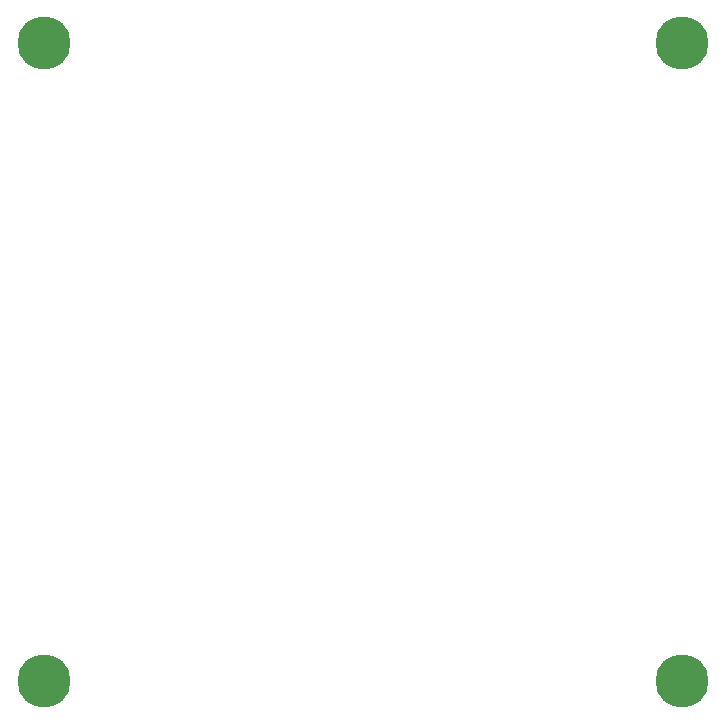
<source format=gbr>
%TF.GenerationSoftware,KiCad,Pcbnew,6.0.11-2627ca5db0~126~ubuntu22.04.1*%
%TF.CreationDate,2024-01-17T01:21:31-06:00*%
%TF.ProjectId,mea_breakout,6d65615f-6272-4656-916b-6f75742e6b69,1*%
%TF.SameCoordinates,Original*%
%TF.FileFunction,Soldermask,Top*%
%TF.FilePolarity,Negative*%
%FSLAX46Y46*%
G04 Gerber Fmt 4.6, Leading zero omitted, Abs format (unit mm)*
G04 Created by KiCad (PCBNEW 6.0.11-2627ca5db0~126~ubuntu22.04.1) date 2024-01-17 01:21:31*
%MOMM*%
%LPD*%
G01*
G04 APERTURE LIST*
%ADD10C,4.500000*%
G04 APERTURE END LIST*
D10*
%TO.C,H4*%
X95640000Y-67590000D03*
%TD*%
%TO.C,H3*%
X41640000Y-67590000D03*
%TD*%
%TO.C,H2*%
X95640000Y-13590000D03*
%TD*%
%TO.C,H1*%
X41640000Y-13590000D03*
%TD*%
M02*

</source>
